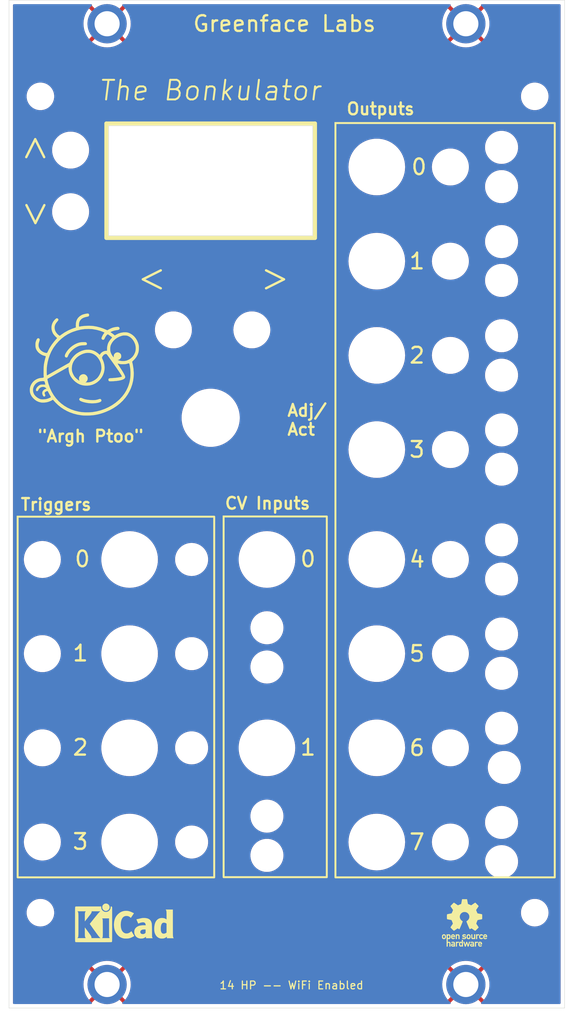
<source format=kicad_pcb>
(kicad_pcb (version 20211014) (generator pcbnew)
  (title_block (rev "2.1"))
  (layers (0 "F.Cu" signal) (31 "B.Cu" signal) (34 "B.Paste" user) (35 "F.Paste" user) (36 "B.SilkS" user "B.Silkscreen") (37 "F.SilkS" user "F.Silkscreen") (38 "B.Mask" user) (39 "F.Mask" user) (44 "Edge.Cuts" user))
  (net 0 "")
  (net 1 "GND")
  (footprint "panel:MountingHole_3.2mm_M3_SmPad" (layer "F.Cu") (at 62.5 43.75)
    (fp_text reference "H1" hide)
    (fp_text value "MountingHole_Pad")
    (pad "1" thru_hole circle locked (at 0 0) (size 5 5) (drill 3.2) (layers *.Cu *.Mask) (net 1 "GND"))
  )
  (footprint "panel:MountingHole_3.2mm_M3_SmPad" (layer "F.Cu") (at 108.22 43.75)
    (fp_text reference "H2" hide)
    (fp_text value "MountingHole_Pad")
    (pad "1" thru_hole circle locked (at 0 0) (size 5 5) (drill 3.2) (layers *.Cu *.Mask) (net 1 "GND"))
  )
  (footprint "panel:MountingHole_3.2mm_M3_SmPad" (layer "F.Cu") (at 108.22 166.15)
    (fp_text reference "H3" hide)
    (fp_text value "MountingHole_Pad")
    (pad "1" thru_hole circle locked (at 0 0) (size 5 5) (drill 3.2) (layers *.Cu *.Mask) (net 1 "GND"))
  )
  (footprint "panel:MountingHole_3.2mm_M3_SmPad" (layer "F.Cu") (at 62.5 166.15)
    (fp_text reference "H4" hide)
    (fp_text value "MountingHole_Pad")
    (pad "1" thru_hole circle locked (at 0 0) (size 5 5) (drill 3.2) (layers *.Cu *.Mask) (net 1 "GND"))
  )
  (footprint "panel:RotaryEncoder_6.4mm" (layer "F.Cu") (at 75.7 99.6 90)
    (fp_text reference "H5" hide)
    (fp_text value "Adj")
    (pad "" np_thru_hole circle (at 5.65 0 90) (size 6.4 6.4) (drill 6.4) (layers F&B.Cu *.Mask))
  )
  (footprint "panel:3mmLED" (layer "F.Cu") (at 72 124)
    (fp_text reference "H14" hide)
    (fp_text value "MountingHole")
    (pad "" np_thru_hole circle (at 1.27 0) (size 3.2 3.2) (drill 3.2) (layers *.Cu *.Mask))
  )
  (footprint "panel:3mmLED" (layer "F.Cu") (at 72 136)
    (fp_text reference "H15" hide)
    (fp_text value "MountingHole")
    (pad "" np_thru_hole circle (at 1.27 0) (size 3.2 3.2) (drill 3.2) (layers *.Cu *.Mask))
  )
  (footprint "panel:3mmLED" (layer "F.Cu") (at 72 148)
    (fp_text reference "H16" hide)
    (fp_text value "MountingHole")
    (pad "" np_thru_hole circle (at 1.27 0) (size 3.2 3.2) (drill 3.2) (layers *.Cu *.Mask))
  )
  (footprint "MountingHole:MountingHole_2.5mm" (layer "F.Cu") (at 54 53)
    (fp_text reference "H17" hide)
    (fp_text value "MountingHole")
    (pad "" np_thru_hole circle (at 0 0) (size 2.5 2.5) (drill 2.5) (layers *.Cu *.Mask))
  )
  (footprint "MountingHole:MountingHole_2.5mm" (layer "F.Cu") (at 117 53)
    (fp_text reference "H18" hide)
    (fp_text value "MountingHole")
    (pad "" np_thru_hole circle (at 0 0) (size 2.5 2.5) (drill 2.5) (layers *.Cu *.Mask))
  )
  (footprint "MountingHole:MountingHole_2.5mm" (layer "F.Cu") (at 117 157)
    (fp_text reference "H19" hide)
    (fp_text value "MountingHole")
    (pad "" np_thru_hole circle (at 0 0) (size 2.5 2.5) (drill 2.5) (layers *.Cu *.Mask))
  )
  (footprint "MountingHole:MountingHole_2.5mm" (layer "F.Cu") (at 54 157)
    (fp_text reference "H20" hide)
    (fp_text value "MountingHole")
    (pad "" np_thru_hole circle (at 0 0) (size 2.5 2.5) (drill 2.5) (layers *.Cu *.Mask))
  )
  (footprint "panel:PushButton3.7mm" (layer "F.Cu") (at 104 65.25 90)
    (fp_text reference "H26" hide)
    (fp_text value "MountingHole")
    (pad "" np_thru_hole circle (at 3.25 2.25 90) (size 3.7 3.7) (drill 3.7) (layers *.Cu *.Mask))
  )
  (footprint "panel:PushButton3.7mm" (layer "F.Cu") (at 104 77.25 90)
    (fp_text reference "H27" hide)
    (fp_text value "MountingHole")
    (pad "" np_thru_hole circle (at 3.25 2.25 90) (size 3.7 3.7) (drill 3.7) (layers *.Cu *.Mask))
  )
  (footprint "panel:PushButton3.7mm" (layer "F.Cu") (at 104 89.25 90)
    (fp_text reference "H28" hide)
    (fp_text value "MountingHole")
    (pad "" np_thru_hole circle (at 3.25 2.25 90) (size 3.7 3.7) (drill 3.7) (layers *.Cu *.Mask))
  )
  (footprint "panel:PushButton3.7mm" (layer "F.Cu") (at 104 101.25 90)
    (fp_text reference "H29" hide)
    (fp_text value "MountingHole")
    (pad "" np_thru_hole circle (at 3.25 2.25 90) (size 3.7 3.7) (drill 3.7) (layers *.Cu *.Mask))
  )
  (footprint "panel:PushButton3.7mm" (layer "F.Cu") (at 104 115.25 90)
    (fp_text reference "H30" hide)
    (fp_text value "MountingHole")
    (pad "" np_thru_hole circle (at 3.25 2.25 90) (size 3.7 3.7) (drill 3.7) (layers *.Cu *.Mask))
  )
  (footprint "panel:PushButton3.7mm" (layer "F.Cu") (at 104 127.25 90)
    (fp_text reference "H31" hide)
    (fp_text value "MountingHole")
    (pad "" np_thru_hole circle (at 3.25 2.25 90) (size 3.7 3.7) (drill 3.7) (layers *.Cu *.Mask))
  )
  (footprint "panel:PushButton3.7mm" (layer "F.Cu") (at 104 139.25 90)
    (fp_text reference "H32" hide)
    (fp_text value "MountingHole")
    (pad "" np_thru_hole circle (at 3.25 2.25 90) (size 3.7 3.7) (drill 3.7) (layers *.Cu *.Mask))
  )
  (footprint "panel:MolexJack" (layer "F.Cu") (at 64.5 136.85)
    (fp_text reference "H8" hide)
    (fp_text value "MountingHole")
    (pad "" np_thru_hole circle locked (at 0.87 -0.85) (size 6.2 6.2) (drill 6.2) (layers F&B.Cu *.Mask))
  )
  (footprint "panel:MolexJack" (layer "F.Cu") (at 64.5 148.85)
    (fp_text reference locked "H9" hide)
    (fp_text value "MountingHole")
    (pad "" np_thru_hole circle (at 0.87 -0.85) (size 6.2 6.2) (drill 6.2) (layers F&B.Cu *.Mask))
  )
  (footprint "panel:MolexJack" (layer "F.Cu") (at 96 62.85)
    (fp_text reference "H10" hide)
    (fp_text value "MountingHole")
    (pad "" np_thru_hole circle (at 0.87 -0.85) (size 6.2 6.2) (drill 6.2) (layers F&B.Cu *.Mask))
  )
  (footprint "panel:MolexJack" (layer "F.Cu") (at 96 74.85)
    (fp_text reference "H11" hide)
    (fp_text value "MountingHole")
    (pad "" np_thru_hole circle (at 0.87 -0.85) (size 6.2 6.2) (drill 6.2) (layers F&B.Cu *.Mask))
  )
  (footprint "panel:MolexJack" (layer "F.Cu") (at 96 86.85)
    (fp_text reference "H12" hide)
    (fp_text value "MountingHole")
    (pad "" np_thru_hole circle (at 0.87 -0.85) (size 6.2 6.2) (drill 6.2) (layers F&B.Cu *.Mask))
  )
  (footprint "panel:MolexJack" (layer "F.Cu") (at 64.5 112.85)
    (fp_text reference "H6" hide)
    (fp_text value "Trigger Jack 0")
    (pad "" np_thru_hole circle locked (at 0.87 -0.85) (size 6.2 6.2) (drill 6.2) (layers F&B.Cu *.Mask))
  )
  (footprint "panel:3mmLED" (layer "F.Cu") (at 111.5 59.5)
    (fp_text reference "H46" hide)
    (fp_text value "MountingHole")
    (pad "" np_thru_hole circle (at 1.27 0) (size 3.2 3.2) (drill 3.2) (layers *.Cu *.Mask))
  )
  (footprint "panel:3mmLED" (layer "F.Cu") (at 111.5 71.5)
    (fp_text reference "H47" hide)
    (fp_text value "MountingHole")
    (pad "" np_thru_hole circle (at 1.27 0) (size 3.2 3.2) (drill 3.2) (layers *.Cu *.Mask))
  )
  (footprint "panel:PushButton3.7mm" (layer "F.Cu") (at 67.7 80.5)
    (fp_text reference "H40" hide)
    (fp_text value "MountingHole")
    (pad "" np_thru_hole circle (at 3.25 2.25) (size 3.7 3.7) (drill 3.7) (layers *.Cu *.Mask))
  )
  (footprint "panel:MolexJack" (layer "F.Cu") (at 82 112.85)
    (fp_text reference "H42")
    (fp_text value "MountingHole")
    (pad "" np_thru_hole circle (at 0.87 -0.85) (size 6.2 6.2) (drill 6.2) (layers F&B.Cu *.Mask))
  )
  (footprint "panel:3mmLED" (layer "F.Cu") (at 111.5 145.5)
    (fp_text reference "H53" hide)
    (fp_text value "MountingHole")
    (pad "" np_thru_hole circle (at 1.27 0) (size 3.2 3.2) (drill 3.2) (layers *.Cu *.Mask))
  )
  (footprint "panel:3mmLED" (layer "F.Cu") (at 111.85 138.5)
    (fp_text reference "H60" hide)
    (fp_text value "MountingHole")
    (pad "" np_thru_hole circle (at 1.27 0) (size 3.2 3.2) (drill 3.2) (layers *.Cu *.Mask))
  )
  (footprint "panel:PushButton3.7mm" (layer "F.Cu") (at 61.1 62.1 180)
    (fp_text reference "H38" hide)
    (fp_text value "MountingHole")
    (pad "" np_thru_hole circle (at 3.25 2.25 180) (size 3.7 3.7) (drill 3.7) (layers *.Cu *.Mask))
  )
  (footprint "panel:3mmLED" (layer "F.Cu") (at 111.5 126.5)
    (fp_text reference "H59" hide)
    (fp_text value "MountingHole")
    (pad "" np_thru_hole circle (at 1.27 0) (size 3.2 3.2) (drill 3.2) (layers *.Cu *.Mask))
  )
  (footprint "panel:PushButton3.7mm" (layer "F.Cu") (at 104 151.25 90)
    (fp_text reference "H33" hide)
    (fp_text value "MountingHole")
    (pad "" np_thru_hole circle (at 3.25 2.25 90) (size 3.7 3.7) (drill 3.7) (layers *.Cu *.Mask))
  )
  (footprint "panel:MolexJack" (layer "F.Cu") (at 96 148.85)
    (fp_text reference "H25" hide)
    (fp_text value "MountingHole")
    (pad "" np_thru_hole circle (at 0.87 -0.85) (size 6.2 6.2) (drill 6.2) (layers F&B.Cu *.Mask))
  )
  (footprint "panel:3mmLED" (layer "F.Cu") (at 84.14 149.7 180)
    (fp_text reference "H63" hide)
    (fp_text value "MountingHole")
    (pad "" np_thru_hole circle (at 1.27 0 180) (size 3.2 3.2) (drill 3.2) (layers *.Cu *.Mask))
  )
  (footprint "panel:MolexJack" (layer "F.Cu") (at 96 112.85)
    (fp_text reference "H22" hide)
    (fp_text value "MountingHole")
    (pad "" np_thru_hole circle (at 0.87 -0.85) (size 6.2 6.2) (drill 6.2) (layers F&B.Cu *.Mask))
  )
  (footprint "panel:3mmLED" (layer "F.Cu") (at 111.5 150.5)
    (fp_text reference "H61" hide)
    (fp_text value "MountingHole")
    (pad "" np_thru_hole circle (at 1.27 0) (size 3.2 3.2) (drill 3.2) (layers *.Cu *.Mask))
  )
  (footprint "panel:MolexJack" (layer "F.Cu") (at 82 136.85)
    (fp_text reference "H43")
    (fp_text value "MountingHole")
    (pad "" np_thru_hole circle (at 0.87 -0.85) (size 6.2 6.2) (drill 6.2) (layers F&B.Cu *.Mask))
  )
  (footprint "panel:PushButton3.7mm" (layer "F.Cu") (at 52 139.25 90)
    (fp_text reference "H36" hide)
    (fp_text value "MountingHole")
    (pad "" np_thru_hole circle (at 3.25 2.25 90) (size 3.7 3.7) (drill 3.7) (layers *.Cu *.Mask))
  )
  (footprint "panel:MolexJack" (layer "F.Cu") (at 96 98.85)
    (fp_text reference "H21" hide)
    (fp_text value "MountingHole")
    (pad "" np_thru_hole circle (at 0.87 -0.85) (size 6.2 6.2) (drill 6.2) (layers F&B.Cu *.Mask))
  )
  (footprint "panel:3mmLED" (layer "F.Cu") (at 111.5 88.52)
    (fp_text reference "H56" hide)
    (fp_text value "MountingHole")
    (pad "" np_thru_hole circle (at 1.27 0) (size 3.2 3.2) (drill 3.2) (layers *.Cu *.Mask))
  )
  (footprint "Symbol:OSHW-Logo_5.7x6mm_SilkScreen" (layer "F.Cu") (at 108.05 158.3)
    (fp_text reference "GR2" hide)
    (fp_text value "Logo_Open_Hardware_Small" hide)
  )
  (footprint "panel:3mmLED" (layer "F.Cu") (at 111.5 121.5)
    (fp_text reference "H51" hide)
    (fp_text value "MountingHole")
    (pad "" np_thru_hole circle (at 1.27 0) (size 3.2 3.2) (drill 3.2) (layers *.Cu *.Mask))
  )
  (footprint "panel:PushButton3.7mm" (layer "F.Cu") (at 52 151.25 90)
    (fp_text reference "H37" hide)
    (fp_text value "MountingHole")
    (pad "" np_thru_hole circle (at 3.25 2.25 90) (size 3.7 3.7) (drill 3.7) (layers *.Cu *.Mask))
  )
  (footprint "panel:3mmLED" (layer "F.Cu") (at 111.5 114.5)
    (fp_text reference "H58" hide)
    (fp_text value "MountingHole")
    (pad "" np_thru_hole circle (at 1.27 0) (size 3.2 3.2) (drill 3.2) (layers *.Cu *.Mask))
  )
  (footprint "panel:3mmLED" (layer "F.Cu") (at 111.5 95.5)
    (fp_text reference "H49" hide)
    (fp_text value "MountingHole")
    (pad "" np_thru_hole circle (at 1.27 0) (size 3.2 3.2) (drill 3.2) (layers *.Cu *.Mask))
  )
  (footprint "panel:PushButton3.7mm" (layer "F.Cu") (at 61.1 69.95 180)
    (fp_text reference "H39" hide)
    (fp_text value "MountingHole")
    (pad "" np_thru_hole circle (at 3.25 2.25 180) (size 3.7 3.7) (drill 3.7) (layers *.Cu *.Mask))
  )
  (footprint "panel:MolexJack" (layer "F.Cu") (at 96 136.85)
    (fp_text reference "H24" hide)
    (fp_text value "MountingHole")
    (pad "" np_thru_hole circle (at 0.87 -0.85) (size 6.2 6.2) (drill 6.2) (layers F&B.Cu *.Mask))
  )
  (footprint "panel:small_face" (layer "F.Cu") (at 59.55 87.6)
    (fp_text reference "GR1" hide)
    (fp_text value "small_logo" hide)
  )
  (footprint "panel:MolexJack" (layer "F.Cu") (at 96 124.85)
    (fp_text reference "H23" hide)
    (fp_text value "MountingHole")
    (pad "" np_thru_hole circle (at 0.87 -0.85) (size 6.2 6.2) (drill 6.2) (layers F&B.Cu *.Mask))
  )
  (footprint "panel:3mmLED" (layer "F.Cu") (at 72 112)
    (fp_text reference "H13" hide)
    (fp_text value "MountingHole")
    (pad "" np_thru_hole circle (at 1.27 0) (size 3.2 3.2) (drill 3.2) (layers *.Cu *.Mask))
  )
  (footprint "panel:3mmLED" (layer "F.Cu") (at 111.5 109.5)
    (fp_text reference "H50" hide)
    (fp_text value "MountingHole")
    (pad "" np_thru_hole circle (at 1.27 0) (size 3.2 3.2) (drill 3.2) (layers *.Cu *.Mask))
  )
  (footprint "Symbol:KiCad-Logo_5mm_SilkScreen" (layer "F.Cu") (at 64.694302 158.817938)
    (fp_text reference "GR3" hide)
    (fp_text value "small_logo" hide)
  )
  (footprint "panel:3mmLED" (layer "F.Cu") (at 84.14 125.7 180)
    (fp_text reference "H62" hide)
    (fp_text value "MountingHole")
    (pad "" np_thru_hole circle (at 1.27 0 180) (size 3.2 3.2) (drill 3.2) (layers *.Cu *.Mask))
  )
  (footprint "panel:3mmLED" (layer "F.Cu") (at 111.5 133.5)
    (fp_text reference "H52" hide)
    (fp_text value "MountingHole")
    (pad "" np_thru_hole circle (at 1.27 0) (size 3.2 3.2) (drill 3.2) (layers *.Cu *.Mask))
  )
  (footprint "panel:PushButton3.7mm" (layer "F.Cu") (at 52 127.25 90)
    (fp_text reference "H35" hide)
    (fp_text value "MountingHole")
    (pad "" np_thru_hole circle (at 3.25 2.25 90) (size 3.7 3.7) (drill 3.7) (layers *.Cu *.Mask))
  )
  (footprint "panel:3mmLED" (layer "F.Cu") (at 84.14 120.7 180)
    (fp_text reference "H44")
    (fp_text value "MountingHole")
    (pad "" np_thru_hole circle (at 1.27 0 180) (size 3.2 3.2) (drill 3.2) (layers *.Cu *.Mask))
  )
  (footprint "panel:3mmLED" (layer "F.Cu") (at 84.14 144.7 180)
    (fp_text reference "H45")
    (fp_text value "MountingHole")
    (pad "" np_thru_hole circle (at 1.27 0 180) (size 3.2 3.2) (drill 3.2) (layers *.Cu *.Mask))
  )
  (footprint "panel:MolexJack" (layer "F.Cu") (at 64.5 124.85)
    (fp_text reference "H7" hide)
    (fp_text value "MountingHole")
    (pad "" np_thru_hole circle locked (at 0.87 -0.85) (size 6.2 6.2) (drill 6.2) (layers F&B.Cu *.Mask))
  )
  (footprint "panel:3mmLED" (layer "F.Cu") (at 111.5 64.5)
    (fp_text reference "H54" hide)
    (fp_text value "MountingHole")
    (pad "" np_thru_hole circle (at 1.27 0) (size 3.2 3.2) (drill 3.2) (layers *.Cu *.Mask))
  )
  (footprint "panel:3mmLED" (layer "F.Cu") (at 111.5 83.5)
    (fp_text reference "H48" hide)
    (fp_text value "MountingHole")
    (pad "" np_thru_hole circle (at 1.27 0) (size 3.2 3.2) (drill 3.2) (layers *.Cu *.Mask))
  )
  (footprint "panel:PushButton3.7mm" (layer "F.Cu") (at 77.7 80.5)
    (fp_text reference "H41" hide)
    (fp_text value "MountingHole")
    (pad "" np_thru_hole circle (at 3.25 2.25) (size 3.7 3.7) (drill 3.7) (layers *.Cu *.Mask))
  )
  (footprint "panel:PushButton3.7mm" (layer "F.Cu") (at 52 115.25 90)
    (fp_text reference "H34" hide)
    (fp_text value "MountingHole")
    (pad "" np_thru_hole circle (at 3.25 2.25 90) (size 3.7 3.7) (drill 3.7) (layers *.Cu *.Mask))
  )
  (footprint "panel:3mmLED" (layer "F.Cu") (at 111.5 100.5)
    (fp_text reference "H57" hide)
    (fp_text value "MountingHole")
    (pad "" np_thru_hole circle (at 1.27 0) (size 3.2 3.2) (drill 3.2) (layers *.Cu *.Mask))
  )
  (footprint "panel:3mmLED" (layer "F.Cu") (at 111.5 76.45)
    (fp_text reference "H55" hide)
    (fp_text value "MountingHole")
    (pad "" np_thru_hole circle (at 1.27 0) (size 3.2 3.2) (drill 3.2) (layers *.Cu *.Mask))
  )
  (gr_line (start 62.4 71) (end 62.4 56.45) (layer "F.SilkS") (width 0.5))
  (gr_rect (start 91.6 56.4) (end 119.55 152.5) (layer "F.SilkS") (width 0.25) (fill none))
  (gr_rect (start 51.1 106.55) (end 76.15 152.5) (layer "F.SilkS") (width 0.25) (fill none))
  (gr_line (start 89 56.45) (end 89 71) (layer "F.SilkS") (width 0.5))
  (gr_rect (start 77.35 106.525) (end 90.5 152.475) (layer "F.SilkS") (width 0.25) (fill none))
  (gr_line (start 62.4 56.45) (end 89 56.45) (layer "F.SilkS") (width 0.5))
  (gr_line (start 89 71.05) (end 62.4 71.05) (layer "F.SilkS") (width 0.5))
  (gr_line (start 120.8 40.75) (end 50 40.75) (layer "Edge.Cuts") (width 0.05))
  (gr_line (start 88.7 56.75) (end 62.7 56.75) (layer "Edge.Cuts") (width 0.05))
  (gr_line (start 120.8 169.15) (end 120.8 40.75) (layer "Edge.Cuts") (width 0.05))
  (gr_line (start 50 169.15) (end 120.8 169.15) (layer "Edge.Cuts") (width 0.05))
  (gr_line (start 50 40.75) (end 50 169.15) (layer "Edge.Cuts") (width 0.05))
  (gr_line (start 62.7 70.75) (end 88.7 70.75) (layer "Edge.Cuts") (width 0.05))
  (gr_line (start 62.7 56.75) (end 62.7 70.75) (layer "Edge.Cuts") (width 0.05))
  (gr_line (start 88.7 70.75) (end 88.7 56.75) (layer "Edge.Cuts") (width 0.05))
  (gr_text "Triggers" (at 56 105) (layer "F.SilkS") (effects (font (size 1.5 1.5) (thickness 0.3))))
  (gr_text "3" (at 102 98) (layer "F.SilkS") (effects (font (size 2 2) (thickness 0.3))))
  (gr_text "Greenface Labs" (at 85.1 43.75) (layer "F.SilkS") (effects (font (size 2 2) (thickness 0.3))))
  (gr_text "2" (at 102 86) (layer "F.SilkS") (effects (font (size 2 2) (thickness 0.3))))
  (gr_text "1" (at 102 74) (layer "F.SilkS") (effects (font (size 2 2) (thickness 0.3))))
  (gr_text "{dblquote}Argh Ptoo{dblquote}" (at 60.4 96.3) (layer "F.SilkS") (effects (font (size 1.5 1.5) (thickness 0.3))))
  (gr_text "6" (at 102 136) (layer "F.SilkS") (effects (font (size 2 2) (thickness 0.3))))
  (gr_text "0" (at 102.25 62) (layer "F.SilkS") (effects (font (size 2 2) (thickness 0.3))))
  (gr_text "3" (at 59.1 147.95) (layer "F.SilkS") (effects (font (size 2 2) (thickness 0.3))))
  (gr_text "CV Inputs" (at 82.95 104.85) (layer "F.SilkS") (effects (font (size 1.5 1.5) (thickness 0.3))))
  (gr_text "The Bonkulator" (at 75.6 52.25) (layer "F.SilkS") (effects (font (size 2.5 2.5) (thickness 0.25) italic)))
  (gr_text "7" (at 102 148) (layer "F.SilkS") (effects (font (size 2 2) (thickness 0.3))))
  (gr_text "1" (at 59.1 123.95) (layer "F.SilkS") (effects (font (size 2 2) (thickness 0.3))))
  (gr_text "Adj/\nAct" (at 85.325 94.225) (layer "F.SilkS") (effects (font (size 1.5 1.5) (thickness 0.3)) (justify left)))
  (gr_text "<" (at 53.05 68 90) (layer "F.SilkS") (effects (font (size 4 3) (thickness 0.3))))
  (gr_text "1" (at 88.1 135.95) (layer "F.SilkS") (effects (font (size 2 2) (thickness 0.3))))
  (gr_text "0" (at 59.35 111.95) (layer "F.SilkS") (effects (font (size 2 2) (thickness 0.3))))
  (gr_text "4" (at 102 112) (layer "F.SilkS") (effects (font (size 2 2) (thickness 0.3))))
  (gr_text "5" (at 102 124) (layer "F.SilkS") (effects (font (size 2 2) (thickness 0.3))))
  (gr_text "Outputs" (at 97.35 54.6) (layer "F.SilkS") (effects (font (size 1.5 1.5) (thickness 0.3))))
  (gr_text "14 HP -- WiFi Enabled" (at 86 166.25) (layer "F.SilkS") (effects (font (size 1 1))))
  (gr_text "<" (at 68.2 76) (layer "F.SilkS") (effects (font (size 4 3) (thickness 0.3))))
  (gr_text "0" (at 88.1 111.95) (layer "F.SilkS") (effects (font (size 2 2) (thickness 0.3))))
  (gr_text ">" (at 83.9 76) (layer "F.SilkS") (effects (font (size 4 3) (thickness 0.3))))
  (gr_text "<" (at 53.65 59.6 -90) (layer "F.SilkS") (effects (font (size 4 3) (thickness 0.3))))
  (gr_text "2" (at 59.1 135.95) (layer "F.SilkS") (effects (font (size 2 2) (thickness 0.3))))
  (zone (net 1) (net_name "GND") (layer "F.Cu") (connect_pads (clearance 0.508)) (min_thickness 0.254) (fill yes (thermal_gap 0.508) (thermal_bridge_width 0.508))
    (polygon (pts (xy 50 40.75) (xy 120.7 40.75) (xy 120.7 169.15) (xy 50 169.15)))
  )
  (zone (net 0) (net_name "") (layer "B.Cu") (connect_pads (clearance 0.508)) (min_thickness 0.254) (fill yes (thermal_gap 0.508) (thermal_bridge_width 0.508))
    (polygon (pts (xy 50 40.75) (xy 120.7 40.75) (xy 120.7 169.15) (xy 50 169.15)))
  )
)
</source>
